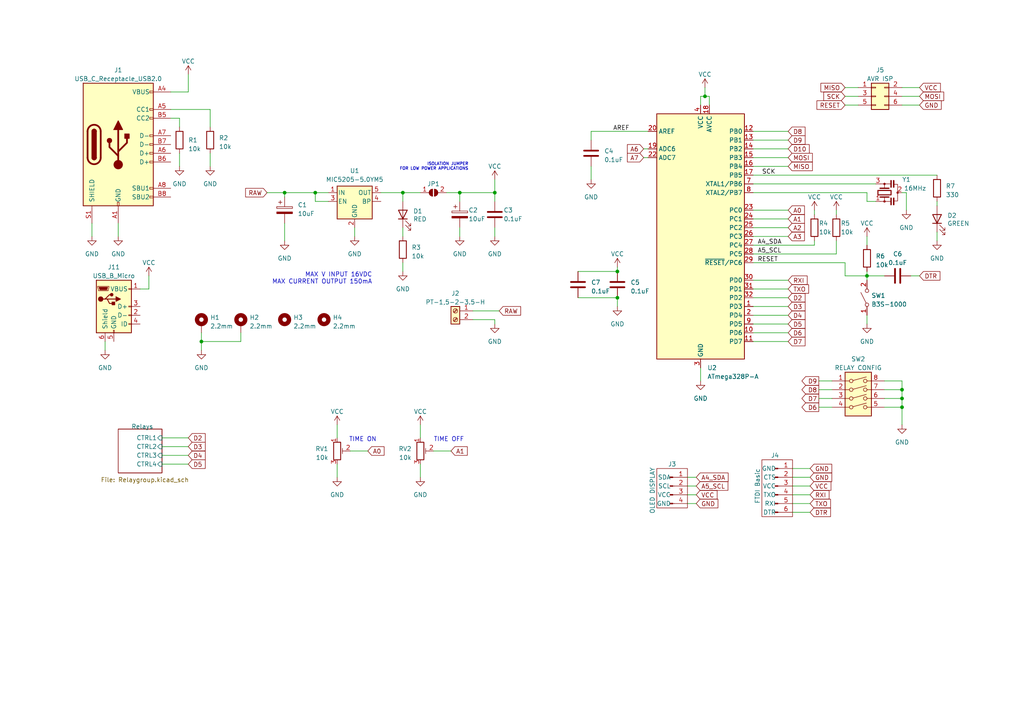
<source format=kicad_sch>
(kicad_sch (version 20230121) (generator eeschema)
  (paper "A4")
  (title_block (title "Automatic Relay Cycler") (date "2023-02-23") (rev "1") (company "Justin Saboury"))
  (lib_symbols
    (symbol "Connector:Conn_01x04_Pin" (pin_names (offset 1.016))
      (property "Reference" "J3" (at 0.635 6.35 0))
      (property "Value" "Conn_01x04_Pin" (at -5.08 1.27 90))
      (symbol "Conn_01x04_Pin_1_1"
        (rectangle (start -3.81 5.08) (end 5.08 -6.35))
        (polyline (pts (xy 1.27 -5.08) (xy 0.8636 -5.08)) (stroke (width 0.1524)))
        (polyline (pts (xy 1.27 -2.54) (xy 0.8636 -2.54)) (stroke (width 0.1524)))
        (polyline (pts (xy 1.27 0) (xy 0.8636 0)) (stroke (width 0.1524)))
        (polyline (pts (xy 1.27 2.54) (xy 0.8636 2.54)) (stroke (width 0.1524)))
        (rectangle (start 0.8636 -4.953) (end 0 -5.207) (stroke (width 0.1524)) (fill (type outline)))
        (rectangle (start 0.8636 -2.413) (end 0 -2.667) (stroke (width 0.1524)) (fill (type outline)))
        (rectangle (start 0.8636 0.127) (end 0 -0.127) (stroke (width 0.1524)) (fill (type outline)))
        (rectangle (start 0.8636 2.667) (end 0 2.413) (stroke (width 0.1524)) (fill (type outline)))
        (pin passive line (at 5.08 2.54 180) (length 3.81) (name "SDA") (number "1"))
        (pin passive line (at 5.08 0 180) (length 3.81) (name "SCL") (number "2"))
        (pin passive line (at 5.08 -2.54 180) (length 3.81) (name "VCC") (number "3"))
        (pin passive line (at 5.08 -5.08 180) (length 3.81) (name "GND") (number "4"))
      )
    )
    (symbol "Connector:Conn_01x06_Pin" (pin_names (offset 1.016))
      (property "Reference" "J1" (at 0 8.89 0))
      (property "Value" "FTDI Basic" (at -5.08 0 90))
      (symbol "Conn_01x06_Pin_1_1"
        (rectangle (start -3.81 7.62) (end 5.08 -8.89))
        (polyline (pts (xy 1.27 -7.62) (xy 0.8636 -7.62)) (stroke (width 0.1524)))
        (polyline (pts (xy 1.27 -5.08) (xy 0.8636 -5.08)) (stroke (width 0.1524)))
        (polyline (pts (xy 1.27 -2.54) (xy 0.8636 -2.54)) (stroke (width 0.1524)))
        (polyline (pts (xy 1.27 0) (xy 0.8636 0)) (stroke (width 0.1524)))
        (polyline (pts (xy 1.27 2.54) (xy 0.8636 2.54)) (stroke (width 0.1524)))
        (polyline (pts (xy 1.27 5.08) (xy 0.8636 5.08)) (stroke (width 0.1524)))
        (rectangle (start 0.8636 -7.493) (end 0 -7.747) (stroke (width 0.1524)) (fill (type outline)))
        (rectangle (start 0.8636 -4.953) (end 0 -5.207) (stroke (width 0.1524)) (fill (type outline)))
        (rectangle (start 0.8636 -2.413) (end 0 -2.667) (stroke (width 0.1524)) (fill (type outline)))
        (rectangle (start 0.8636 0.127) (end 0 -0.127) (stroke (width 0.1524)) (fill (type outline)))
        (rectangle (start 0.8636 2.667) (end 0 2.413) (stroke (width 0.1524)) (fill (type outline)))
        (rectangle (start 0.8636 5.207) (end 0 4.953) (stroke (width 0.1524)) (fill (type outline)))
        (pin passive line (at 5.08 5.08 180) (length 3.81) (name "GND") (number "1"))
        (pin passive line (at 5.08 2.54 180) (length 3.81) (name "CTS") (number "2"))
        (pin passive line (at 5.08 0 180) (length 3.81) (name "VCC") (number "3"))
        (pin passive line (at 5.08 -2.54 180) (length 3.81) (name "TXO") (number "4"))
        (pin passive line (at 5.08 -5.08 180) (length 3.81) (name "RXI") (number "5"))
        (pin passive line (at 5.08 -7.62 180) (length 3.81) (name "DTR") (number "6"))
      )
    )
    (symbol "Connector:Screw_Terminal_01x02" (pin_names (offset 1.016) hide)
      (property "Reference" "J" (at 0 2.54 0))
      (property "Value" "Screw_Terminal_01x02" (at 0 -5.08 0))
      (symbol "Screw_Terminal_01x02_1_1"
        (rectangle (start -1.27 1.27) (end 1.27 -3.81) (stroke (width 0.254)) (fill (type background)))
        (circle (center 0 -2.54) (radius 0.635) (stroke (width 0.1524)))
        (polyline (pts (xy -0.5334 -2.2098) (xy 0.3302 -3.048)) (stroke (width 0.1524)))
        (polyline (pts (xy -0.5334 0.3302) (xy 0.3302 -0.508)) (stroke (width 0.1524)))
        (polyline (pts (xy -0.3556 -2.032) (xy 0.508 -2.8702)) (stroke (width 0.1524)))
        (polyline (pts (xy -0.3556 0.508) (xy 0.508 -0.3302)) (stroke (width 0.1524)))
        (circle (center 0 0) (radius 0.635) (stroke (width 0.1524)))
        (pin passive line (at -5.08 0 0) (length 3.81) (name "Pin_1") (number "1"))
        (pin passive line (at -5.08 -2.54 0) (length 3.81) (name "Pin_2") (number "2"))
      )
    )
    (symbol "Connector:USB_B_Micro" (pin_names (offset 1.016))
      (property "Reference" "J" (at -5.08 11.43 0))
      (property "Value" "USB_B_Micro" (at -5.08 8.89 0))
      (symbol "USB_B_Micro_0_1"
        (rectangle (start -5.08 -7.62) (end 5.08 7.62) (stroke (width 0.254)) (fill (type background)))
        (circle (center -3.81 2.159) (radius 0.635) (stroke (width 0.254)) (fill (type outline)))
        (circle (center -0.635 3.429) (radius 0.381) (stroke (width 0.254)) (fill (type outline)))
        (rectangle (start -0.127 -7.62) (end 0.127 -6.858))
        (polyline (pts (xy -1.905 2.159) (xy 0.635 2.159)) (stroke (width 0.254)))
        (polyline (pts (xy -3.175 2.159) (xy -2.54 2.159) (xy -1.27 3.429) (xy -0.635 3.429)) (stroke (width 0.254)))
        (polyline (pts (xy -2.54 2.159) (xy -1.905 2.159) (xy -1.27 0.889) (xy 0 0.889)) (stroke (width 0.254)))
        (polyline (pts (xy 0.635 2.794) (xy 0.635 1.524) (xy 1.905 2.159) (xy 0.635 2.794)) (stroke (width 0.254)) (fill (type outline)))
        (polyline (pts (xy -4.318 5.588) (xy -1.778 5.588) (xy -2.032 4.826) (xy -4.064 4.826) (xy -4.318 5.588)) (fill (type outline)))
        (polyline (pts (xy -4.699 5.842) (xy -4.699 5.588) (xy -4.445 4.826) (xy -4.445 4.572) (xy -1.651 4.572) (xy -1.651 4.826) (xy -1.397 5.588) (xy -1.397 5.842) (xy -4.699 5.842)))
        (rectangle (start 0.254 1.27) (end -0.508 0.508) (stroke (width 0.254)) (fill (type outline)))
        (rectangle (start 5.08 -5.207) (end 4.318 -4.953))
        (rectangle (start 5.08 -2.667) (end 4.318 -2.413))
        (rectangle (start 5.08 -0.127) (end 4.318 0.127))
        (rectangle (start 5.08 4.953) (end 4.318 5.207))
      )
      (symbol "USB_B_Micro_1_1"
        (pin power_out line (at 7.62 5.08 180) (length 2.54) (name "VBUS") (number "1"))
        (pin bidirectional line (at 7.62 -2.54 180) (length 2.54) (name "D-") (number "2"))
        (pin bidirectional line (at 7.62 0 180) (length 2.54) (name "D+") (number "3"))
        (pin passive line (at 7.62 -5.08 180) (length 2.54) (name "ID") (number "4"))
        (pin power_out line (at 0 -10.16 90) (length 2.54) (name "GND") (number "5"))
        (pin passive line (at -2.54 -10.16 90) (length 2.54) (name "Shield") (number "6"))
      )
    )
    (symbol "Connector:USB_C_Receptacle_USB2.0" (pin_names (offset 1.016))
      (property "Reference" "J" (at -10.16 19.05 0))
      (property "Value" "USB_C_Receptacle_USB2.0" (at 19.05 19.05 0))
      (symbol "USB_C_Receptacle_USB2.0_0_0"
        (rectangle (start -0.254 -17.78) (end 0.254 -16.764))
        (rectangle (start 10.16 -14.986) (end 9.144 -15.494))
        (rectangle (start 10.16 -12.446) (end 9.144 -12.954))
        (rectangle (start 10.16 -4.826) (end 9.144 -5.334))
        (rectangle (start 10.16 -2.286) (end 9.144 -2.794))
        (rectangle (start 10.16 0.254) (end 9.144 -0.254))
        (rectangle (start 10.16 2.794) (end 9.144 2.286))
        (rectangle (start 10.16 7.874) (end 9.144 7.366))
        (rectangle (start 10.16 10.414) (end 9.144 9.906))
        (rectangle (start 10.16 15.494) (end 9.144 14.986))
      )
      (symbol "USB_C_Receptacle_USB2.0_0_1"
        (rectangle (start -10.16 17.78) (end 10.16 -17.78) (stroke (width 0.254)) (fill (type background)))
        (arc (start -8.89 -3.81) (mid -6.985 -5.7067) (end -5.08 -3.81) (stroke (width 0.508)))
        (arc (start -7.62 -3.81) (mid -6.985 -4.4423) (end -6.35 -3.81) (stroke (width 0.254)))
        (arc (start -7.62 -3.81) (mid -6.985 -4.4423) (end -6.35 -3.81) (stroke (width 0.254)) (fill (type outline)))
        (rectangle (start -7.62 -3.81) (end -6.35 3.81) (stroke (width 0.254)) (fill (type outline)))
        (arc (start -6.35 3.81) (mid -6.985 4.4423) (end -7.62 3.81) (stroke (width 0.254)))
        (arc (start -6.35 3.81) (mid -6.985 4.4423) (end -7.62 3.81) (stroke (width 0.254)) (fill (type outline)))
        (arc (start -5.08 3.81) (mid -6.985 5.7067) (end -8.89 3.81) (stroke (width 0.508)))
        (circle (center -2.54 1.143) (radius 0.635) (stroke (width 0.254)) (fill (type outline)))
        (circle (center 0 -5.842) (radius 1.27) (fill (type outline)))
        (polyline (pts (xy -8.89 -3.81) (xy -8.89 3.81)) (stroke (width 0.508)))
        (polyline (pts (xy -5.08 3.81) (xy -5.08 -3.81)) (stroke (width 0.508)))
        (polyline (pts (xy 0 -5.842) (xy 0 4.318)) (stroke (width 0.508)))
        (polyline (pts (xy 0 -3.302) (xy -2.54 -0.762) (xy -2.54 0.508)) (stroke (width 0.508)))
        (polyline (pts (xy 0 -2.032) (xy 2.54 0.508) (xy 2.54 1.778)) (stroke (width 0.508)))
        (polyline (pts (xy -1.27 4.318) (xy 0 6.858) (xy 1.27 4.318) (xy -1.27 4.318)) (stroke (width 0.254)) (fill (type outline)))
        (rectangle (start 1.905 1.778) (end 3.175 3.048) (stroke (width 0.254)) (fill (type outline)))
      )
      (symbol "USB_C_Receptacle_USB2.0_1_1"
        (pin passive line (at 0 -22.86 90) (length 5.08) (name "GND") (number "A1"))
        (pin passive line (at 0 -22.86 90) (length 5.08) hide (name "GND") (number "A12"))
        (pin passive line (at 15.24 15.24 180) (length 5.08) (name "VBUS") (number "A4"))
        (pin bidirectional line (at 15.24 10.16 180) (length 5.08) (name "CC1") (number "A5"))
        (pin bidirectional line (at 15.24 -2.54 180) (length 5.08) (name "D+") (number "A6"))
        (pin bidirectional line (at 15.24 2.54 180) (length 5.08) (name "D-") (number "A7"))
        (pin bidirectional line (at 15.24 -12.7 180) (length 5.08) (name "SBU1") (number "A8"))
        (pin passive line (at 15.24 15.24 180) (length 5.08) hide (name "VBUS") (number "A9"))
        (pin passive line (at 0 -22.86 90) (length 5.08) hide (name "GND") (number "B1"))
        (pin passive line (at 0 -22.86 90) (length 5.08) hide (name "GND") (number "B12"))
        (pin passive line (at 15.24 15.24 180) (length 5.08) hide (name "VBUS") (number "B4"))
        (pin bidirectional line (at 15.24 7.62 180) (length 5.08) (name "CC2") (number "B5"))
        (pin bidirectional line (at 15.24 -5.08 180) (length 5.08) (name "D+") (number "B6"))
        (pin bidirectional line (at 15.24 0 180) (length 5.08) (name "D-") (number "B7"))
        (pin bidirectional line (at 15.24 -15.24 180) (length 5.08) (name "SBU2") (number "B8"))
        (pin passive line (at 15.24 15.24 180) (length 5.08) hide (name "VBUS") (number "B9"))
        (pin passive line (at -7.62 -22.86 90) (length 5.08) (name "SHIELD") (number "S1"))
      )
    )
    (symbol "Connector_Generic:Conn_02x03_Odd_Even" (pin_names (offset 1.016) hide)
      (property "Reference" "J" (at 1.27 5.08 0))
      (property "Value" "Conn_02x03_Odd_Even" (at 1.27 -5.08 0))
      (symbol "Conn_02x03_Odd_Even_1_1"
        (rectangle (start -1.27 -2.413) (end 0 -2.667) (stroke (width 0.1524)))
        (rectangle (start -1.27 0.127) (end 0 -0.127) (stroke (width 0.1524)))
        (rectangle (start -1.27 2.667) (end 0 2.413) (stroke (width 0.1524)))
        (rectangle (start -1.27 3.81) (end 3.81 -3.81) (stroke (width 0.254)) (fill (type background)))
        (rectangle (start 3.81 -2.413) (end 2.54 -2.667) (stroke (width 0.1524)))
        (rectangle (start 3.81 0.127) (end 2.54 -0.127) (stroke (width 0.1524)))
        (rectangle (start 3.81 2.667) (end 2.54 2.413) (stroke (width 0.1524)))
        (pin passive line (at -5.08 2.54 0) (length 3.81) (name "Pin_1") (number "1"))
        (pin passive line (at 7.62 2.54 180) (length 3.81) (name "Pin_2") (number "2"))
        (pin passive line (at -5.08 0 0) (length 3.81) (name "Pin_3") (number "3"))
        (pin passive line (at 7.62 0 180) (length 3.81) (name "Pin_4") (number "4"))
        (pin passive line (at -5.08 -2.54 0) (length 3.81) (name "Pin_5") (number "5"))
        (pin passive line (at 7.62 -2.54 180) (length 3.81) (name "Pin_6") (number "6"))
      )
    )
    (symbol "Device:C" (pin_numbers hide) (pin_names (offset 0.254))
      (property "Reference" "C" (at 0.635 2.54 0))
      (property "Value" "C" (at 0.635 -2.54 0))
      (symbol "C_0_1"
        (polyline (pts (xy -2.032 -0.762) (xy 2.032 -0.762)) (stroke (width 0.508)))
        (polyline (pts (xy -2.032 0.762) (xy 2.032 0.762)) (stroke (width 0.508)))
      )
      (symbol "C_1_1"
        (pin passive line (at 0 3.81 270) (length 2.794) (name "~") (number "1"))
        (pin passive line (at 0 -3.81 90) (length 2.794) (name "~") (number "2"))
      )
    )
    (symbol "Device:C_Polarized" (pin_numbers hide) (pin_names (offset 0.254))
      (property "Reference" "C" (at 0.635 2.54 0))
      (property "Value" "C_Polarized" (at 0.635 -2.54 0))
      (symbol "C_Polarized_0_1"
        (rectangle (start -2.286 0.508) (end 2.286 1.016))
        (polyline (pts (xy -1.778 2.286) (xy -0.762 2.286)))
        (polyline (pts (xy -1.27 2.794) (xy -1.27 1.778)))
        (rectangle (start 2.286 -0.508) (end -2.286 -1.016) (fill (type outline)))
      )
      (symbol "C_Polarized_1_1"
        (pin passive line (at 0 3.81 270) (length 2.794) (name "~") (number "1"))
        (pin passive line (at 0 -3.81 90) (length 2.794) (name "~") (number "2"))
      )
    )
    (symbol "Device:LED" (pin_numbers hide) (pin_names (offset 1.016) hide)
      (property "Reference" "D" (at 0 2.54 0))
      (property "Value" "LED" (at 0 -2.54 0))
      (symbol "LED_0_1"
        (polyline (pts (xy -1.27 -1.27) (xy -1.27 1.27)) (stroke (width 0.254)))
        (polyline (pts (xy -1.27 0) (xy 1.27 0)))
        (polyline (pts (xy 1.27 -1.27) (xy 1.27 1.27) (xy -1.27 0) (xy 1.27 -1.27)) (stroke (width 0.254)))
        (polyline (pts (xy -3.048 -0.762) (xy -4.572 -2.286) (xy -3.81 -2.286) (xy -4.572 -2.286) (xy -4.572 -1.524)))
        (polyline (pts (xy -1.778 -0.762) (xy -3.302 -2.286) (xy -2.54 -2.286) (xy -3.302 -2.286) (xy -3.302 -1.524)))
      )
      (symbol "LED_1_1"
        (pin passive line (at -3.81 0 0) (length 2.54) (name "K") (number "1"))
        (pin passive line (at 3.81 0 180) (length 2.54) (name "A") (number "2"))
      )
    )
    (symbol "Device:R" (pin_numbers hide) (pin_names (offset 0))
      (property "Reference" "R" (at 2.032 0 90))
      (property "Value" "R" (at 0 0 90))
      (symbol "R_0_1"
        (rectangle (start -1.016 -2.54) (end 1.016 2.54) (stroke (width 0.254)))
      )
      (symbol "R_1_1"
        (pin passive line (at 0 3.81 270) (length 1.27) (name "~") (number "1"))
        (pin passive line (at 0 -3.81 90) (length 1.27) (name "~") (number "2"))
      )
    )
    (symbol "Device:R_Potentiometer_Trim" (pin_names (offset 1.016) hide)
      (property "Reference" "RV" (at -4.445 0 90))
      (property "Value" "R_Potentiometer_Trim" (at -2.54 0 90))
      (symbol "R_Potentiometer_Trim_0_1"
        (polyline (pts (xy 1.524 0.762) (xy 1.524 -0.762)))
        (polyline (pts (xy 2.54 0) (xy 1.524 0)))
        (rectangle (start 1.016 2.54) (end -1.016 -2.54) (stroke (width 0.254)))
      )
      (symbol "R_Potentiometer_Trim_1_1"
        (pin passive line (at 0 3.81 270) (length 1.27) (name "1") (number "1"))
        (pin passive line (at 3.81 0 180) (length 1.27) (name "2") (number "2"))
        (pin passive line (at 0 -3.81 90) (length 1.27) (name "3") (number "3"))
      )
    )
    (symbol "Device:Resonator_Small" (pin_names (offset 1.016) hide)
      (property "Reference" "Y" (at 3.175 1.905 0))
      (property "Value" "Resonator_Small" (at 3.175 0 0))
      (symbol "Resonator_Small_0_1"
        (rectangle (start -3.556 -2.54) (end -1.524 -2.794) (fill (type outline)))
        (rectangle (start -3.556 -1.778) (end -1.524 -2.032) (fill (type outline)))
        (circle (center -2.54 0) (radius 0.254) (fill (type outline)))
        (rectangle (start -0.635 1.905) (end 0.635 -1.905) (stroke (width 0.3048)))
        (circle (center 0 -3.81) (radius 0.254) (fill (type outline)))
        (polyline (pts (xy -2.54 -1.778) (xy -2.54 0)))
        (polyline (pts (xy -2.54 0) (xy -1.397 0)))
        (polyline (pts (xy -2.54 1.27) (xy -2.54 0)))
        (polyline (pts (xy -1.27 -1.27) (xy -1.27 1.27)) (stroke (width 0.381)))
        (polyline (pts (xy 1.27 -1.27) (xy 1.27 1.27)) (stroke (width 0.381)))
        (polyline (pts (xy 1.27 0) (xy 2.54 0)))
        (polyline (pts (xy 2.54 0) (xy 2.54 -1.778)))
        (polyline (pts (xy 2.54 1.27) (xy 2.54 0)))
        (polyline (pts (xy 2.413 -2.794) (xy 2.413 -3.81) (xy -2.413 -3.81) (xy -2.413 -2.667)))
        (rectangle (start 1.524 -2.54) (end 3.556 -2.794) (fill (type outline)))
        (rectangle (start 1.524 -1.778) (end 3.556 -2.032) (fill (type outline)))
        (circle (center 2.54 0) (radius 0.254) (fill (type outline)))
      )
      (symbol "Resonator_Small_1_1"
        (pin passive line (at -2.54 2.54 270) (length 1.27) (name "1") (number "1"))
        (pin passive line (at 0 -5.08 90) (length 1.27) (name "2") (number "2"))
        (pin passive line (at 2.54 2.54 270) (length 1.27) (name "3") (number "3"))
      )
    )
    (symbol "Jumper:SolderJumper_2_Open" (pin_names (offset 0) hide)
      (property "Reference" "JP" (at 0 2.032 0))
      (property "Value" "SolderJumper_2_Open" (at 0 -2.54 0))
      (symbol "SolderJumper_2_Open_0_1"
        (arc (start -0.254 1.016) (mid -1.2656 0) (end -0.254 -1.016))
        (arc (start -0.254 1.016) (mid -1.2656 0) (end -0.254 -1.016) (fill (type outline)))
        (polyline (pts (xy -0.254 1.016) (xy -0.254 -1.016)))
        (polyline (pts (xy 0.254 1.016) (xy 0.254 -1.016)))
        (arc (start 0.254 -1.016) (mid 1.2656 0) (end 0.254 1.016))
        (arc (start 0.254 -1.016) (mid 1.2656 0) (end 0.254 1.016) (fill (type outline)))
      )
      (symbol "SolderJumper_2_Open_1_1"
        (pin passive line (at -3.81 0 0) (length 2.54) (name "A") (number "1"))
        (pin passive line (at 3.81 0 180) (length 2.54) (name "B") (number "2"))
      )
    )
    (symbol "MCU_Microchip_ATmega:ATmega328P-A"
      (property "Reference" "U" (at -12.7 36.83 0))
      (property "Value" "ATmega328P-A" (at 2.54 -36.83 0))
      (symbol "ATmega328P-A_0_1"
        (rectangle (start -12.7 -35.56) (end 12.7 35.56) (stroke (width 0.254)) (fill (type background)))
      )
      (symbol "ATmega328P-A_1_1"
        (pin bidirectional line (at 15.24 -20.32 180) (length 2.54) (name "PD3") (number "1"))
        (pin bidirectional line (at 15.24 -27.94 180) (length 2.54) (name "PD6") (number "10"))
        (pin bidirectional line (at 15.24 -30.48 180) (length 2.54) (name "PD7") (number "11"))
        (pin bidirectional line (at 15.24 30.48 180) (length 2.54) (name "PB0") (number "12"))
        (pin bidirectional line (at 15.24 27.94 180) (length 2.54) (name "PB1") (number "13"))
        (pin bidirectional line (at 15.24 25.4 180) (length 2.54) (name "PB2") (number "14"))
        (pin bidirectional line (at 15.24 22.86 180) (length 2.54) (name "PB3") (number "15"))
        (pin bidirectional line (at 15.24 20.32 180) (length 2.54) (name "PB4") (number "16"))
        (pin bidirectional line (at 15.24 17.78 180) (length 2.54) (name "PB5") (number "17"))
        (pin power_in line (at 2.54 38.1 270) (length 2.54) (name "AVCC") (number "18"))
        (pin input line (at -15.24 25.4 0) (length 2.54) (name "ADC6") (number "19"))
        (pin bidirectional line (at 15.24 -22.86 180) (length 2.54) (name "PD4") (number "2"))
        (pin passive line (at -15.24 30.48 0) (length 2.54) (name "AREF") (number "20"))
        (pin passive line (at 0 -38.1 90) (length 2.54) hide (name "GND") (number "21"))
        (pin input line (at -15.24 22.86 0) (length 2.54) (name "ADC7") (number "22"))
        (pin bidirectional line (at 15.24 7.62 180) (length 2.54) (name "PC0") (number "23"))
        (pin bidirectional line (at 15.24 5.08 180) (length 2.54) (name "PC1") (number "24"))
        (pin bidirectional line (at 15.24 2.54 180) (length 2.54) (name "PC2") (number "25"))
        (pin bidirectional line (at 15.24 0 180) (length 2.54) (name "PC3") (number "26"))
        (pin bidirectional line (at 15.24 -2.54 180) (length 2.54) (name "PC4") (number "27"))
        (pin bidirectional line (at 15.24 -5.08 180) (length 2.54) (name "PC5") (number "28"))
        (pin bidirectional line (at 15.24 -7.62 180) (length 2.54) (name "~{RESET}/PC6") (number "29"))
        (pin power_in line (at 0 -38.1 90) (length 2.54) (name "GND") (number "3"))
        (pin bidirectional line (at 15.24 -12.7 180) (length 2.54) (name "PD0") (number "30"))
        (pin bidirectional line (at 15.24 -15.24 180) (length 2.54) (name "PD1") (number "31"))
        (pin bidirectional line (at 15.24 -17.78 180) (length 2.54) (name "PD2") (number "32"))
        (pin power_in line (at 0 38.1 270) (length 2.54) (name "VCC") (number "4"))
        (pin passive line (at 0 -38.1 90) (length 2.54) hide (name "GND") (number "5"))
        (pin passive line (at 0 38.1 270) (length 2.54) hide (name "VCC") (number "6"))
        (pin bidirectional line (at 15.24 15.24 180) (length 2.54) (name "XTAL1/PB6") (number "7"))
        (pin bidirectional line (at 15.24 12.7 180) (length 2.54) (name "XTAL2/PB7") (number "8"))
        (pin bidirectional line (at 15.24 -25.4 180) (length 2.54) (name "PD5") (number "9"))
      )
    )
    (symbol "Mechanical:MountingHole" (pin_names (offset 1.016))
      (property "Reference" "H" (at 0 5.08 0))
      (property "Value" "MountingHole" (at 0 3.175 0))
      (symbol "MountingHole_0_1"
        (circle (center 0 0) (radius 1.27) (stroke (width 1.27)))
      )
    )
    (symbol "Mechanical:MountingHole_Pad" (pin_numbers hide) (pin_names (offset 1.016) hide)
      (property "Reference" "H" (at 0 6.35 0))
      (property "Value" "MountingHole_Pad" (at 0 4.445 0))
      (symbol "MountingHole_Pad_0_1"
        (circle (center 0 1.27) (radius 1.27) (stroke (width 1.27)))
      )
      (symbol "MountingHole_Pad_1_1"
        (pin input line (at 0 -2.54 90) (length 2.54) (name "1") (number "1"))
      )
    )
    (symbol "Regulator_Linear:MIC5205-5.0YM5" (pin_names (offset 0.254))
      (property "Reference" "U" (at -3.81 5.715 0))
      (property "Value" "MIC5205-5.0YM5" (at 0 5.715 0))
      (symbol "MIC5205-5.0YM5_0_1"
        (rectangle (start -5.08 4.445) (end 5.08 -5.08) (stroke (width 0.254)) (fill (type background)))
      )
      (symbol "MIC5205-5.0YM5_1_1"
        (pin power_in line (at -7.62 2.54 0) (length 2.54) (name "IN") (number "1"))
        (pin power_in line (at 0 -7.62 90) (length 2.54) (name "GND") (number "2"))
        (pin input line (at -7.62 0 0) (length 2.54) (name "EN") (number "3"))
        (pin input line (at 7.62 0 180) (length 2.54) (name "BP") (number "4"))
        (pin power_out line (at 7.62 2.54 180) (length 2.54) (name "OUT") (number "5"))
      )
    )
    (symbol "Switch:SW_DIP_x04" (pin_names (offset 0) hide)
      (property "Reference" "SW" (at 0 8.89 0))
      (property "Value" "SW_DIP_x04" (at 0 -6.35 0))
      (symbol "SW_DIP_x04_0_0"
        (circle (center -2.032 -2.54) (radius 0.508))
        (circle (center -2.032 0) (radius 0.508))
        (circle (center -2.032 2.54) (radius 0.508))
        (circle (center -2.032 5.08) (radius 0.508))
        (polyline (pts (xy -1.524 -2.3876) (xy 2.3622 -1.3462)))
        (polyline (pts (xy -1.524 0.127) (xy 2.3622 1.1684)))
        (polyline (pts (xy -1.524 2.667) (xy 2.3622 3.7084)))
        (polyline (pts (xy -1.524 5.207) (xy 2.3622 6.2484)))
        (circle (center 2.032 -2.54) (radius 0.508))
        (circle (center 2.032 0) (radius 0.508))
        (circle (center 2.032 2.54) (radius 0.508))
        (circle (center 2.032 5.08) (radius 0.508))
      )
      (symbol "SW_DIP_x04_0_1"
        (rectangle (start -3.81 7.62) (end 3.81 -5.08) (stroke (width 0.254)) (fill (type background)))
      )
      (symbol "SW_DIP_x04_1_1"
        (pin passive line (at -7.62 5.08 0) (length 5.08) (name "~") (number "1"))
        (pin passive line (at -7.62 2.54 0) (length 5.08) (name "~") (number "2"))
        (pin passive line (at -7.62 0 0) (length 5.08) (name "~") (number "3"))
        (pin passive line (at -7.62 -2.54 0) (length 5.08) (name "~") (number "4"))
        (pin passive line (at 7.62 -2.54 180) (length 5.08) (name "~") (number "5"))
        (pin passive line (at 7.62 0 180) (length 5.08) (name "~") (number "6"))
        (pin passive line (at 7.62 2.54 180) (length 5.08) (name "~") (number "7"))
        (pin passive line (at 7.62 5.08 180) (length 5.08) (name "~") (number "8"))
      )
    )
    (symbol "Switch:SW_SPST" (pin_names (offset 0) hide)
      (property "Reference" "SW" (at 0 3.175 0))
      (property "Value" "SW_SPST" (at 0 -2.54 0))
      (symbol "SW_SPST_0_0"
        (circle (center -2.032 0) (radius 0.508))
        (polyline (pts (xy -1.524 0.254) (xy 1.524 1.778)))
        (circle (center 2.032 0) (radius 0.508))
      )
      (symbol "SW_SPST_1_1"
        (pin passive line (at -5.08 0 0) (length 2.54) (name "A") (number "1"))
        (pin passive line (at 5.08 0 180) (length 2.54) (name "B") (number "2"))
      )
    )
    (symbol "power:GND" (power) (pin_names (offset 0))
      (property "Value" "GND" (at 0 -3.81 0))
      (symbol "GND_0_1"
        (polyline (pts (xy 0 0) (xy 0 -1.27) (xy 1.27 -1.27) (xy 0 -2.54) (xy -1.27 -1.27) (xy 0 -1.27)))
      )
      (symbol "GND_1_1"
        (pin power_in line (at 0 0 270) (length 0) hide (name "GND") (number "1"))
      )
    )
    (symbol "power:VCC" (power) (pin_names (offset 0))
      (property "Value" "VCC" (at 0 3.81 0))
      (symbol "VCC_0_1"
        (polyline (pts (xy -0.762 1.27) (xy 0 2.54)))
        (polyline (pts (xy 0 0) (xy 0 2.54)))
        (polyline (pts (xy 0 2.54) (xy 0.762 1.27)))
      )
      (symbol "VCC_1_1"
        (pin power_in line (at 0 0 90) (length 0) hide (name "VCC") (number "1"))
      )
    )
  )
  (junction (at 261.62 118.11))
  (junction (at 251.46 80.01))
  (junction (at 179.07 86.36))
  (junction (at 204.47 27.94))
  (junction (at 179.07 78.74))
  (junction (at 261.62 113.03))
  (junction (at 261.62 115.57))
  (junction (at 82.55 55.88))
  (junction (at 116.84 55.88))
  (junction (at 91.44 55.88))
  (junction (at 58.42 99.06))
  (junction (at 133.35 55.88))
  (junction (at 143.51 55.88))
  (wire (pts (xy 199.39 140.97) (xy 201.93 140.97)))
  (wire (pts (xy 69.85 99.06) (xy 69.85 96.52)))
  (wire (pts (xy 137.16 92.71) (xy 143.51 92.71)))
  (wire (pts (xy 218.44 66.04) (xy 228.6 66.04)))
  (wire (pts (xy 271.78 58.42) (xy 271.78 59.69)))
  (wire (pts (xy 46.99 134.62) (xy 54.61 134.62)))
  (wire (pts (xy 218.44 86.36) (xy 228.6 86.36)))
  (wire (pts (xy 95.25 58.42) (xy 91.44 58.42)))
  (wire (pts (xy 46.99 129.54) (xy 54.61 129.54)))
  (wire (pts (xy 218.44 76.2) (xy 245.11 76.2)))
  (wire (pts (xy 261.62 110.49) (xy 256.54 110.49)))
  (wire (pts (xy 46.99 132.08) (xy 54.61 132.08)))
  (wire (pts (xy 237.49 115.57) (xy 241.3 115.57)))
  (wire (pts (xy 245.11 80.01) (xy 251.46 80.01)))
  (wire (pts (xy 229.87 146.05) (xy 234.95 146.05)))
  (wire (pts (xy 218.44 71.12) (xy 236.22 71.12)))
  (wire (pts (xy 218.44 43.18) (xy 228.6 43.18)))
  (wire (pts (xy 58.42 99.06) (xy 58.42 101.6)))
  (wire (pts (xy 77.47 55.88) (xy 82.55 55.88)))
  (wire (pts (xy 143.51 52.07) (xy 143.51 55.88)))
  (wire (pts (xy 251.46 58.42) (xy 251.46 55.88)))
  (wire (pts (xy 91.44 55.88) (xy 95.25 55.88)))
  (wire (pts (xy 251.46 80.01) (xy 256.54 80.01)))
  (wire (pts (xy 218.44 96.52) (xy 228.6 96.52)))
  (wire (pts (xy 82.55 55.88) (xy 82.55 57.15)))
  (wire (pts (xy 229.87 138.43) (xy 234.95 138.43)))
  (wire (pts (xy 137.16 90.17) (xy 144.78 90.17)))
  (wire (pts (xy 256.54 115.57) (xy 261.62 115.57)))
  (wire (pts (xy 242.57 60.96) (xy 242.57 62.23)))
  (wire (pts (xy 58.42 96.52) (xy 58.42 99.06)))
  (wire (pts (xy 171.45 48.26) (xy 171.45 52.07)))
  (wire (pts (xy 261.62 27.94) (xy 266.7 27.94)))
  (wire (pts (xy 218.44 63.5) (xy 228.6 63.5)))
  (wire (pts (xy 261.62 113.03) (xy 261.62 110.49)))
  (wire (pts (xy 237.49 110.49) (xy 241.3 110.49)))
  (wire (pts (xy 133.35 55.88) (xy 143.51 55.88)))
  (wire (pts (xy 218.44 99.06) (xy 228.6 99.06)))
  (wire (pts (xy 218.44 53.34) (xy 254 53.34)))
  (wire (pts (xy 237.49 118.11) (xy 241.3 118.11)))
  (wire (pts (xy 52.07 44.45) (xy 52.07 48.26)))
  (wire (pts (xy 229.87 140.97) (xy 234.95 140.97)))
  (wire (pts (xy 261.62 123.19) (xy 261.62 118.11)))
  (wire (pts (xy 97.79 123.19) (xy 97.79 127)))
  (wire (pts (xy 218.44 48.26) (xy 228.6 48.26)))
  (wire (pts (xy 125.73 130.81) (xy 130.81 130.81)))
  (wire (pts (xy 236.22 69.85) (xy 236.22 71.12)))
  (wire (pts (xy 218.44 60.96) (xy 228.6 60.96)))
  (wire (pts (xy 133.35 55.88) (xy 133.35 58.42)))
  (wire (pts (xy 171.45 40.64) (xy 171.45 38.1)))
  (wire (pts (xy 218.44 55.88) (xy 251.46 55.88)))
  (wire (pts (xy 60.96 31.75) (xy 49.53 31.75)))
  (wire (pts (xy 218.44 45.72) (xy 228.6 45.72)))
  (wire (pts (xy 204.47 27.94) (xy 203.2 27.94)))
  (wire (pts (xy 179.07 86.36) (xy 179.07 88.9)))
  (wire (pts (xy 60.96 36.83) (xy 60.96 31.75)))
  (wire (pts (xy 245.11 30.48) (xy 248.92 30.48)))
  (wire (pts (xy 46.99 127) (xy 54.61 127)))
  (wire (pts (xy 58.42 99.06) (xy 69.85 99.06)))
  (wire (pts (xy 205.74 27.94) (xy 204.47 27.94)))
  (wire (pts (xy 82.55 55.88) (xy 91.44 55.88)))
  (wire (pts (xy 251.46 91.44) (xy 251.46 93.98)))
  (wire (pts (xy 229.87 143.51) (xy 234.95 143.51)))
  (wire (pts (xy 218.44 88.9) (xy 228.6 88.9)))
  (wire (pts (xy 204.47 25.4) (xy 204.47 27.94)))
  (wire (pts (xy 218.44 68.58) (xy 228.6 68.58)))
  (wire (pts (xy 26.67 64.77) (xy 26.67 68.58)))
  (wire (pts (xy 82.55 64.77) (xy 82.55 69.85)))
  (wire (pts (xy 261.62 30.48) (xy 266.7 30.48)))
  (wire (pts (xy 229.87 148.59) (xy 234.95 148.59)))
  (wire (pts (xy 116.84 58.42) (xy 116.84 55.88)))
  (wire (pts (xy 271.78 67.31) (xy 271.78 69.85)))
  (wire (pts (xy 218.44 40.64) (xy 228.6 40.64)))
  (wire (pts (xy 218.44 81.28) (xy 228.6 81.28)))
  (wire (pts (xy 121.92 134.62) (xy 121.92 138.43)))
  (wire (pts (xy 261.62 115.57) (xy 261.62 113.03)))
  (wire (pts (xy 218.44 73.66) (xy 242.57 73.66)))
  (wire (pts (xy 171.45 38.1) (xy 187.96 38.1)))
  (wire (pts (xy 262.89 60.96) (xy 262.89 55.88)))
  (wire (pts (xy 218.44 93.98) (xy 228.6 93.98)))
  (wire (pts (xy 264.16 80.01) (xy 266.7 80.01)))
  (wire (pts (xy 229.87 135.89) (xy 234.95 135.89)))
  (wire (pts (xy 261.62 25.4) (xy 266.7 25.4)))
  (wire (pts (xy 245.11 25.4) (xy 248.92 25.4)))
  (wire (pts (xy 167.64 86.36) (xy 179.07 86.36)))
  (wire (pts (xy 54.61 21.59) (xy 54.61 26.67)))
  (wire (pts (xy 116.84 76.2) (xy 116.84 78.74)))
  (wire (pts (xy 186.69 45.72) (xy 187.96 45.72)))
  (wire (pts (xy 199.39 146.05) (xy 201.93 146.05)))
  (wire (pts (xy 245.11 27.94) (xy 248.92 27.94)))
  (wire (pts (xy 254 58.42) (xy 251.46 58.42)))
  (wire (pts (xy 245.11 76.2) (xy 245.11 80.01)))
  (wire (pts (xy 203.2 106.68) (xy 203.2 110.49)))
  (wire (pts (xy 143.51 93.98) (xy 143.51 92.71)))
  (wire (pts (xy 237.49 113.03) (xy 241.3 113.03)))
  (wire (pts (xy 218.44 91.44) (xy 228.6 91.44)))
  (wire (pts (xy 251.46 78.74) (xy 251.46 80.01)))
  (wire (pts (xy 251.46 68.58) (xy 251.46 71.12)))
  (wire (pts (xy 236.22 60.96) (xy 236.22 62.23)))
  (wire (pts (xy 121.92 123.19) (xy 121.92 127)))
  (wire (pts (xy 34.29 64.77) (xy 34.29 68.58)))
  (wire (pts (xy 205.74 30.48) (xy 205.74 27.94)))
  (wire (pts (xy 91.44 58.42) (xy 91.44 55.88)))
  (wire (pts (xy 43.18 83.82) (xy 40.64 83.82)))
  (wire (pts (xy 218.44 50.8) (xy 271.78 50.8)))
  (wire (pts (xy 261.62 55.88) (xy 262.89 55.88)))
  (wire (pts (xy 129.54 55.88) (xy 133.35 55.88)))
  (wire (pts (xy 97.79 134.62) (xy 97.79 138.43)))
  (wire (pts (xy 199.39 138.43) (xy 201.93 138.43)))
  (wire (pts (xy 186.69 43.18) (xy 187.96 43.18)))
  (wire (pts (xy 49.53 26.67) (xy 54.61 26.67)))
  (wire (pts (xy 179.07 77.47) (xy 179.07 78.74)))
  (wire (pts (xy 43.18 80.01) (xy 43.18 83.82)))
  (wire (pts (xy 133.35 66.04) (xy 133.35 68.58)))
  (wire (pts (xy 116.84 55.88) (xy 121.92 55.88)))
  (wire (pts (xy 143.51 66.04) (xy 143.51 68.58)))
  (wire (pts (xy 30.48 99.06) (xy 30.48 101.6)))
  (wire (pts (xy 102.87 66.04) (xy 102.87 68.58)))
  (wire (pts (xy 251.46 80.01) (xy 251.46 81.28)))
  (wire (pts (xy 218.44 83.82) (xy 228.6 83.82)))
  (wire (pts (xy 52.07 34.29) (xy 49.53 34.29)))
  (wire (pts (xy 261.62 118.11) (xy 256.54 118.11)))
  (wire (pts (xy 101.6 130.81) (xy 106.68 130.81)))
  (wire (pts (xy 60.96 44.45) (xy 60.96 48.26)))
  (wire (pts (xy 261.62 113.03) (xy 256.54 113.03)))
  (wire (pts (xy 110.49 55.88) (xy 116.84 55.88)))
  (wire (pts (xy 116.84 66.04) (xy 116.84 68.58)))
  (wire (pts (xy 199.39 143.51) (xy 201.93 143.51)))
  (wire (pts (xy 52.07 36.83) (xy 52.07 34.29)))
  (wire (pts (xy 143.51 55.88) (xy 143.51 58.42)))
  (wire (pts (xy 167.64 78.74) (xy 179.07 78.74)))
  (wire (pts (xy 261.62 118.11) (xy 261.62 115.57)))
  (wire (pts (xy 218.44 38.1) (xy 228.6 38.1)))
  (wire (pts (xy 203.2 27.94) (xy 203.2 30.48)))
  (wire (pts (xy 242.57 73.66) (xy 242.57 69.85)))
  (text "TIME ON" (at 109.22 128.27 0) (effects (font (size 1.27 1.27)) (justify right bottom)))
  (text "ISOLATION JUMPER\nFOR LOW POWER APPLICATIONS\n" (at 135.89 49.53 0) (effects (font (size 0.84 0.84)) (justify right bottom)))
  (text "TIME OFF" (at 134.62 128.27 0) (effects (font (size 1.27 1.27)) (justify right bottom)))
  (text "MAX V INPUT 16VDC\nMAX CURRENT OUTPUT 150mA" (at 107.95 82.55 0) (effects (font (size 1.27 1.27)) (justify right bottom)))
  (label "RESET" (at 219.71 76.2 0))
  (label "AREF" (at 177.8 38.1 0))
  (label "SCK" (at 220.98 50.8 0))
  (label "A5_SCL" (at 219.71 73.66 0))
  (label "A4_SDA" (at 219.71 71.12 0))
  (global_label "RESET" (shape input) (at 245.11 30.48 180) (property "Intersheetrefs" "${INTERSHEET_REFS}" (effects hide)))
  (global_label "D3" (shape input) (at 228.6 88.9 0) (property "Intersheetrefs" "${INTERSHEET_REFS}" (effects hide)))
  (global_label "VCC" (shape input) (at 234.95 140.97 0) (property "Intersheetrefs" "${INTERSHEET_REFS}" (effects hide)))
  (global_label "D2" (shape input) (at 54.61 127 0) (property "Intersheetrefs" "${INTERSHEET_REFS}" (effects hide)))
  (global_label "A7" (shape input) (at 186.69 45.72 180) (property "Intersheetrefs" "${INTERSHEET_REFS}" (effects hide)))
  (global_label "SCK" (shape input) (at 245.11 27.94 180) (property "Intersheetrefs" "${INTERSHEET_REFS}" (effects hide)))
  (global_label "D5" (shape input) (at 54.61 134.62 0) (property "Intersheetrefs" "${INTERSHEET_REFS}" (effects hide)))
  (global_label "RAW" (shape input) (at 144.78 90.17 0) (property "Intersheetrefs" "${INTERSHEET_REFS}" (effects hide)))
  (global_label "D5" (shape input) (at 228.6 93.98 0) (property "Intersheetrefs" "${INTERSHEET_REFS}" (effects hide)))
  (global_label "D3" (shape input) (at 54.61 129.54 0) (property "Intersheetrefs" "${INTERSHEET_REFS}" (effects hide)))
  (global_label "GND" (shape input) (at 266.7 30.48 0) (property "Intersheetrefs" "${INTERSHEET_REFS}" (effects hide)))
  (global_label "A0" (shape input) (at 106.68 130.81 0) (property "Intersheetrefs" "${INTERSHEET_REFS}" (effects hide)))
  (global_label "A1" (shape input) (at 130.81 130.81 0) (property "Intersheetrefs" "${INTERSHEET_REFS}" (effects hide)))
  (global_label "D4" (shape input) (at 228.6 91.44 0) (property "Intersheetrefs" "${INTERSHEET_REFS}" (effects hide)))
  (global_label "D6" (shape input) (at 228.6 96.52 0) (property "Intersheetrefs" "${INTERSHEET_REFS}" (effects hide)))
  (global_label "TXO" (shape input) (at 234.95 146.05 0) (property "Intersheetrefs" "${INTERSHEET_REFS}" (effects hide)))
  (global_label "D7" (shape output) (at 237.49 115.57 180) (property "Intersheetrefs" "${INTERSHEET_REFS}" (effects hide)))
  (global_label "D4" (shape input) (at 54.61 132.08 0) (property "Intersheetrefs" "${INTERSHEET_REFS}" (effects hide)))
  (global_label "MISO" (shape input) (at 245.11 25.4 180) (property "Intersheetrefs" "${INTERSHEET_REFS}" (effects hide)))
  (global_label "D9" (shape output) (at 237.49 110.49 180) (property "Intersheetrefs" "${INTERSHEET_REFS}" (effects hide)))
  (global_label "GND" (shape input) (at 234.95 135.89 0) (property "Intersheetrefs" "${INTERSHEET_REFS}" (effects hide)))
  (global_label "D10" (shape input) (at 228.6 43.18 0) (property "Intersheetrefs" "${INTERSHEET_REFS}" (effects hide)))
  (global_label "A3" (shape input) (at 228.6 68.58 0) (property "Intersheetrefs" "${INTERSHEET_REFS}" (effects hide)))
  (global_label "VCC" (shape input) (at 266.7 25.4 0) (property "Intersheetrefs" "${INTERSHEET_REFS}" (effects hide)))
  (global_label "D2" (shape input) (at 228.6 86.36 0) (property "Intersheetrefs" "${INTERSHEET_REFS}" (effects hide)))
  (global_label "VCC" (shape input) (at 201.93 143.51 0) (property "Intersheetrefs" "${INTERSHEET_REFS}" (effects hide)))
  (global_label "A2" (shape input) (at 228.6 66.04 0) (property "Intersheetrefs" "${INTERSHEET_REFS}" (effects hide)))
  (global_label "D9" (shape input) (at 228.6 40.64 0) (property "Intersheetrefs" "${INTERSHEET_REFS}" (effects hide)))
  (global_label "D7" (shape input) (at 228.6 99.06 0) (property "Intersheetrefs" "${INTERSHEET_REFS}" (effects hide)))
  (global_label "MISO" (shape input) (at 228.6 48.26 0) (property "Intersheetrefs" "${INTERSHEET_REFS}" (effects hide)))
  (global_label "A5_SCL" (shape input) (at 201.93 140.97 0) (property "Intersheetrefs" "${INTERSHEET_REFS}" (effects hide)))
  (global_label "RAW" (shape input) (at 77.47 55.88 180) (property "Intersheetrefs" "${INTERSHEET_REFS}" (effects hide)))
  (global_label "GND" (shape input) (at 201.93 146.05 0) (property "Intersheetrefs" "${INTERSHEET_REFS}" (effects hide)))
  (global_label "TXO" (shape input) (at 228.6 83.82 0) (property "Intersheetrefs" "${INTERSHEET_REFS}" (effects hide)))
  (global_label "A6" (shape input) (at 186.69 43.18 180) (property "Intersheetrefs" "${INTERSHEET_REFS}" (effects hide)))
  (global_label "RXI" (shape input) (at 228.6 81.28 0) (property "Intersheetrefs" "${INTERSHEET_REFS}" (effects hide)))
  (global_label "RXI" (shape input) (at 234.95 143.51 0) (property "Intersheetrefs" "${INTERSHEET_REFS}" (effects hide)))
  (global_label "MOSI" (shape input) (at 266.7 27.94 0) (property "Intersheetrefs" "${INTERSHEET_REFS}" (effects hide)))
  (global_label "DTR" (shape input) (at 266.7 80.01 0) (property "Intersheetrefs" "${INTERSHEET_REFS}" (effects hide)))
  (global_label "A1" (shape input) (at 228.6 63.5 0) (property "Intersheetrefs" "${INTERSHEET_REFS}" (effects hide)))
  (global_label "DTR" (shape input) (at 234.95 148.59 0) (property "Intersheetrefs" "${INTERSHEET_REFS}" (effects hide)))
  (global_label "A4_SDA" (shape input) (at 201.93 138.43 0) (property "Intersheetrefs" "${INTERSHEET_REFS}" (effects hide)))
  (global_label "D6" (shape output) (at 237.49 118.11 180) (property "Intersheetrefs" "${INTERSHEET_REFS}" (effects hide)))
  (global_label "D8" (shape input) (at 228.6 38.1 0) (property "Intersheetrefs" "${INTERSHEET_REFS}" (effects hide)))
  (global_label "MOSI" (shape input) (at 228.6 45.72 0) (property "Intersheetrefs" "${INTERSHEET_REFS}" (effects hide)))
  (global_label "GND" (shape input) (at 234.95 138.43 0) (property "Intersheetrefs" "${INTERSHEET_REFS}" (effects hide)))
  (global_label "A0" (shape input) (at 228.6 60.96 0) (property "Intersheetrefs" "${INTERSHEET_REFS}" (effects hide)))
  (global_label "D8" (shape output) (at 237.49 113.03 180) (property "Intersheetrefs" "${INTERSHEET_REFS}" (effects hide)))
  (symbol (lib_id "Device:C") (at 167.64 82.55 0) (unit 1)
    (property "Reference" "C7" (at 171.45 81.915 0) (effects (justify left)))
    (property "Value" "0.1uF" (at 171.45 84.455 0) (effects (justify left)))
    (property "Footprint" "Capacitor_SMD:C_0603_1608Metric" (effects hide))
  )
  (symbol (lib_id "Jumper:SolderJumper_2_Open") (at 125.73 55.88 0) (unit 1)
    (property "Reference" "JP1" (at 125.73 53.34 0))
    (property "Value" "SolderJumper_2_Open" (effects hide))
    (property "Footprint" "Jumper:SolderJumper-2_P1.3mm_Open_Pad1.0x1.5mm" (effects hide))
  )
  (symbol (lib_id "Regulator_Linear:MIC5205-5.0YM5") (at 102.87 58.42 0) (unit 1)
    (property "Reference" "U1" (at 102.87 49.53 0))
    (property "Value" "MIC5205-5.0YM5" (at 102.87 52.07 0))
    (property "Footprint" "Package_TO_SOT_SMD:SOT-23-5" (effects hide))
    (property "Datasheet" "http://ww1.microchip.com/downloads/en/DeviceDoc/20005785A.pdf" (effects hide))
    (property "LCSC" "C70431" (effects hide))
  )
  (symbol (lib_id "power:GND") (at 179.07 88.9 0) (unit 1)
    (property "Reference" "#PWR020" (effects hide))
    (property "Value" "GND" (at 179.07 93.98 0))
  )
  (symbol (lib_id "power:GND") (at 271.78 69.85 0) (unit 1)
    (property "Reference" "#PWR028" (effects hide))
    (property "Value" "GND" (at 271.78 74.93 0))
  )
  (symbol (lib_id "Device:C_Polarized") (at 82.55 60.96 0) (unit 1)
    (property "Reference" "C1" (at 86.36 59.436 0) (effects (justify left)))
    (property "Value" "10uF" (at 86.36 61.976 0) (effects (justify left)))
    (property "Footprint" "Capacitor_SMD:C_1206_3216Metric" (effects hide))
    (property "LCSC" "F931C106MAA " (effects hide))
  )
  (symbol (lib_id "Device:R_Potentiometer_Trim") (at 121.92 130.81 0) (unit 1)
    (property "Reference" "RV2" (at 119.38 130.175 0) (effects (justify right)))
    (property "Value" "10k" (at 119.38 132.715 0) (effects (justify right)))
    (property "Footprint" "Potentiometer_SMD:Potentiometer_Bourns_TC33X_Vertical" (effects hide))
    (property "Datasheet" "https://www.mouser.com/datasheet/2/54/tc33-778219.pdf" (effects hide))
    (property "PN" "TC33X-2-103E" (effects hide))
    (property "LCSC" "C719176" (effects hide))
  )
  (symbol (lib_id "Switch:SW_DIP_x04") (at 248.92 115.57 0) (unit 1)
    (property "Reference" "SW2" (at 248.92 104.14 0))
    (property "Value" "RELAY CONFIG" (at 248.92 106.68 0))
    (property "Footprint" "Button_Switch_SMD:SW_DIP_SPSTx04_Slide_Omron_A6S-410x_W8.9mm_P2.54mm" (effects hide))
    (property "LCSC" "C306873" (effects hide))
  )
  (symbol (lib_id "power:GND") (at 203.2 110.49 0) (unit 1)
    (property "Reference" "#PWR021" (effects hide))
    (property "Value" "GND" (at 203.2 115.57 0))
  )
  (symbol (lib_id "power:GND") (at 34.29 68.58 0) (unit 1)
    (property "Reference" "#PWR02" (effects hide))
    (property "Value" "GND" (at 34.29 73.66 0))
  )
  (symbol (lib_id "Device:R") (at 271.78 54.61 0) (unit 1)
    (property "Reference" "R7" (at 274.32 53.975 0) (effects (justify left)))
    (property "Value" "330" (at 274.32 56.515 0) (effects (justify left)))
    (property "Footprint" "Resistor_SMD:R_0603_1608Metric" (effects hide))
  )
  (symbol (lib_id "power:VCC") (at 242.57 60.96 0) (unit 1)
    (property "Reference" "#PWR024" (effects hide))
    (property "Value" "VCC" (at 242.57 57.15 0))
  )
  (symbol (lib_id "power:GND") (at 121.92 138.43 0) (unit 1)
    (property "Reference" "#PWR012" (effects hide))
    (property "Value" "GND" (at 121.92 143.51 0))
  )
  (symbol (lib_id "Connector_Generic:Conn_02x03_Odd_Even") (at 254 27.94 0) (unit 1)
    (property "Reference" "J5" (at 255.27 20.32 0))
    (property "Value" "AVR ISP" (at 255.27 22.86 0))
    (property "Footprint" "Connector_PinHeader_2.54mm:PinHeader_2x03_P2.54mm_Vertical" (effects hide))
  )
  (symbol (lib_id "power:VCC") (at 204.47 25.4 0) (unit 1)
    (property "Reference" "#PWR022" (effects hide))
    (property "Value" "VCC" (at 204.47 21.59 0))
  )
  (symbol (lib_id "power:GND") (at 30.48 101.6 0) (unit 1)
    (property "Reference" "#PWR016" (effects hide))
    (property "Value" "GND" (at 30.48 106.68 0))
  )
  (symbol (lib_id "Mechanical:MountingHole_Pad") (at 69.85 93.98 0) (unit 1)
    (property "Reference" "H2" (at 72.39 92.075 0) (effects (justify left)))
    (property "Value" "2.2mm" (at 72.39 94.615 0) (effects (justify left)))
    (property "Footprint" "MountingHole:MountingHole_2.2mm_M2_DIN965_Pad" (effects hide))
  )
  (symbol (lib_id "Device:R") (at 60.96 40.64 0) (unit 1)
    (property "Reference" "R2" (at 63.5 40.005 0) (effects (justify left)))
    (property "Value" "10k" (at 63.5 42.545 0) (effects (justify left)))
    (property "Footprint" "Resistor_SMD:R_0603_1608Metric" (effects hide))
  )
  (symbol (lib_id "Device:C_Polarized") (at 133.35 62.23 0) (unit 1)
    (property "Reference" "C2" (at 135.89 60.96 0) (effects (justify left)))
    (property "Value" "10uF" (at 135.89 63.5 0) (effects (justify left)))
    (property "Footprint" "Capacitor_SMD:C_1206_3216Metric" (effects hide))
    (property "LCSC" "F931C106MAA " (effects hide))
  )
  (symbol (lib_id "Device:C") (at 171.45 44.45 0) (unit 1)
    (property "Reference" "C4" (at 175.26 43.815 0) (effects (justify left)))
    (property "Value" "0.1uF" (at 175.26 46.355 0) (effects (justify left)))
    (property "Footprint" "Capacitor_SMD:C_0603_1608Metric" (effects hide))
  )
  (symbol (lib_id "power:GND") (at 82.55 69.85 0) (unit 1)
    (property "Reference" "#PWR06" (effects hide))
    (property "Value" "GND" (at 82.55 74.93 0))
  )
  (symbol (lib_id "power:GND") (at 102.87 68.58 0) (unit 1)
    (property "Reference" "#PWR09" (effects hide))
    (property "Value" "GND" (at 102.87 73.66 0))
  )
  (symbol (lib_id "power:GND") (at 261.62 123.19 0) (unit 1)
    (property "Reference" "#PWR042" (effects hide))
    (property "Value" "GND" (at 261.62 128.27 0))
  )
  (symbol (lib_id "Device:C") (at 260.35 80.01 90) (unit 1)
    (property "Reference" "C6" (at 260.35 73.66 90))
    (property "Value" "0.1uF" (at 260.35 76.2 90))
    (property "Footprint" "Capacitor_SMD:C_0603_1608Metric" (effects hide))
  )
  (symbol (lib_id "Device:R") (at 236.22 66.04 0) (unit 1)
    (property "Reference" "R4" (at 237.49 64.77 0) (effects (justify left)))
    (property "Value" "10k" (at 237.49 67.31 0) (effects (justify left)))
    (property "Footprint" "Resistor_SMD:R_0603_1608Metric" (effects hide))
  )
  (symbol (lib_id "Mechanical:MountingHole") (at 82.55 92.71 0) (unit 1)
    (property "Reference" "H3" (at 85.09 92.075 0) (effects (justify left)))
    (property "Value" "2.2mm" (at 85.09 94.615 0) (effects (justify left)))
    (property "Footprint" "MountingHole:MountingHole_2.2mm_M2_DIN965" (effects hide))
  )
  (symbol (lib_id "Connector:USB_B_Micro") (at 33.02 88.9 0) (unit 1)
    (property "Reference" "J11" (at 33.02 77.47 0))
    (property "Value" "USB_B_Micro" (at 33.02 80.01 0))
    (property "Footprint" "Connector_USB:USB_Micro-B_GCT_USB3076-30-A" (effects hide))
  )
  (symbol (lib_id "Switch:SW_SPST") (at 251.46 86.36 90) (unit 1)
    (property "Reference" "SW1" (at 252.73 85.725 90) (effects (justify right)))
    (property "Value" "B3S-1000" (at 252.73 88.265 90) (effects (justify right)))
    (property "Footprint" "Button_Switch_SMD:SW_SPST_B3S-1000" (effects hide))
    (property "LCSC" "C180420" (effects hide))
  )
  (symbol (lib_id "power:VCC") (at 121.92 123.19 0) (unit 1)
    (property "Reference" "#PWR011" (effects hide))
    (property "Value" "VCC" (at 121.92 119.38 0))
  )
  (symbol (lib_id "power:GND") (at 262.89 60.96 0) (unit 1)
    (property "Reference" "#PWR027" (effects hide))
    (property "Value" "GND" (at 262.89 66.04 0))
  )
  (symbol (lib_id "Connector:USB_C_Receptacle_USB2.0") (at 34.29 41.91 0) (unit 1)
    (property "Reference" "J1" (at 34.29 20.32 0))
    (property "Value" "USB_C_Receptacle_USB2.0" (at 34.29 22.86 0))
    (property "Footprint" "Library:TYPE-C-31-M-14" (effects hide))
    (property "Datasheet" "https://www.usb.org/sites/default/files/documents/usb_type-c.zip" (effects hide))
    (property "LCSC" "TYPE-C-31-M-14" (effects hide))
  )
  (symbol (lib_id "power:VCC") (at 43.18 80.01 0) (unit 1)
    (property "Reference" "#PWR041" (effects hide))
    (property "Value" "VCC" (at 43.18 76.2 0))
  )
  (symbol (lib_id "power:VCC") (at 236.22 60.96 0) (unit 1)
    (property "Reference" "#PWR023" (effects hide))
    (property "Value" "VCC" (at 236.22 57.15 0))
  )
  (symbol (lib_id "power:GND") (at 143.51 93.98 0) (unit 1)
    (property "Reference" "#PWR017" (effects hide))
    (property "Value" "GND" (at 143.51 99.06 0))
  )
  (symbol (lib_id "Device:LED") (at 271.78 63.5 90) (unit 1)
    (property "Reference" "D2" (at 274.7772 62.5094 90) (effects (justify right)))
    (property "Value" "GREEN" (at 274.7772 64.8208 90) (effects (justify right)))
    (property "Footprint" "LED_SMD:LED_0805_2012Metric" (effects hide))
    (property "Datasheet" "https://www.kingbrightusa.com/images/catalog/SPEC/APT2012CGCK.pdf" (effects hide))
    (property "PN" "APT2012CGCK" (effects hide))
    (property "LCSC" "C2297" (effects hide))
  )
  (symbol (lib_id "power:GND") (at 133.35 68.58 0) (unit 1)
    (property "Reference" "#PWR013" (effects hide))
    (property "Value" "GND" (at 133.35 73.66 0))
  )
  (symbol (lib_id "power:GND") (at 26.67 68.58 0) (unit 1)
    (property "Reference" "#PWR01" (effects hide))
    (property "Value" "GND" (at 26.67 73.66 0))
  )
  (symbol (lib_id "power:GND") (at 143.51 68.58 0) (unit 1)
    (property "Reference" "#PWR015" (effects hide))
    (property "Value" "GND" (at 143.51 73.66 0))
  )
  (symbol (lib_id "power:GND") (at 171.45 52.07 0) (unit 1)
    (property "Reference" "#PWR018" (effects hide))
    (property "Value" "GND" (at 171.45 57.15 0))
  )
  (symbol (lib_id "Device:LED") (at 116.84 62.23 90) (unit 1)
    (property "Reference" "D1" (at 119.8372 61.2394 90) (effects (justify right)))
    (property "Value" "RED" (at 119.8372 63.5508 90) (effects (justify right)))
    (property "Footprint" "LED_SMD:LED_0805_2012Metric" (effects hide))
    (property "Datasheet" "https://www.kingbrightusa.com/images/catalog/SPEC/APT2012SURCK.pdf" (effects hide))
    (property "PN" "APT2012SURCK" (effects hide))
    (property "LCSC" "C84256" (effects hide))
  )
  (symbol (lib_id "Device:R") (at 116.84 72.39 0) (unit 1)
    (property "Reference" "R3" (at 119.38 71.755 0) (effects (justify left)))
    (property "Value" "10k" (at 119.38 74.295 0) (effects (justify left)))
    (property "Footprint" "Resistor_SMD:R_0603_1608Metric" (effects hide))
  )
  (symbol (lib_id "MCU_Microchip_ATmega:ATmega328P-A") (at 203.2 68.58 0) (unit 1)
    (property "Reference" "U2" (at 205.1559 106.68 0) (effects (justify left)))
    (property "Value" "ATmega328P-A" (at 205.1559 109.22 0) (effects (justify left)))
    (property "Footprint" "Package_QFP:TQFP-32_7x7mm_P0.8mm" (effects hide))
    (property "Datasheet" "http://ww1.microchip.com/downloads/en/DeviceDoc/ATmega328_P%20AVR%20MCU%20with%20picoPower%20Technology%20Data%20Sheet%2040001984A.pdf" (effects hide))
    (property "LCSC" "C14877" (effects hide))
  )
  (symbol (lib_id "Device:C") (at 179.07 82.55 0) (unit 1)
    (property "Reference" "C5" (at 182.88 81.915 0) (effects (justify left)))
    (property "Value" "0.1uF" (at 182.88 84.455 0) (effects (justify left)))
    (property "Footprint" "Capacitor_SMD:C_0603_1608Metric" (effects hide))
  )
  (symbol (lib_id "Connector:Conn_01x04_Pin") (at 194.31 140.97 0) (unit 1)
    (property "Reference" "J3" (at 194.945 134.62 0))
    (property "Value" "OLED DISPLAY" (at 189.23 142.24 90))
    (property "Footprint" "Connector_PinHeader_2.54mm:PinHeader_1x04_P2.54mm_Vertical" (effects hide))
  )
  (symbol (lib_id "power:VCC") (at 54.61 21.59 0) (unit 1)
    (property "Reference" "#PWR04" (effects hide))
    (property "Value" "VCC" (at 54.61 17.78 0))
  )
  (symbol (lib_id "Connector:Screw_Terminal_01x02") (at 132.08 90.17 0) (mirror y) (unit 1)
    (property "Reference" "J2" (at 132.08 85.09 0))
    (property "Value" "PT-1,5-2-3.5-H" (at 132.08 87.63 0))
    (property "Footprint" "TerminalBlock_Phoenix:TerminalBlock_Phoenix_PT-1,5-2-3.5-H_1x02_P3.50mm_Horizontal" (effects hide))
  )
  (symbol (lib_id "Device:R") (at 251.46 74.93 0) (unit 1)
    (property "Reference" "R6" (at 254 74.295 0) (effects (justify left)))
    (property "Value" "10k" (at 254 76.835 0) (effects (justify left)))
    (property "Footprint" "Resistor_SMD:R_0603_1608Metric" (effects hide))
  )
  (symbol (lib_id "power:VCC") (at 143.51 52.07 0) (unit 1)
    (property "Reference" "#PWR014" (effects hide))
    (property "Value" "VCC" (at 143.51 48.26 0))
  )
  (symbol (lib_id "power:GND") (at 52.07 48.26 0) (unit 1)
    (property "Reference" "#PWR03" (effects hide))
    (property "Value" "GND" (at 52.07 53.34 0))
  )
  (symbol (lib_id "Mechanical:MountingHole_Pad") (at 58.42 93.98 0) (unit 1)
    (property "Reference" "H1" (at 60.96 92.075 0) (effects (justify left)))
    (property "Value" "2.2mm" (at 60.96 94.615 0) (effects (justify left)))
    (property "Footprint" "MountingHole:MountingHole_2.2mm_M2_DIN965_Pad" (effects hide))
  )
  (symbol (lib_id "power:GND") (at 251.46 93.98 0) (unit 1)
    (property "Reference" "#PWR026" (effects hide))
    (property "Value" "GND" (at 251.46 99.06 0))
  )
  (symbol (lib_id "Device:R") (at 242.57 66.04 0) (unit 1)
    (property "Reference" "R5" (at 243.84 64.77 0) (effects (justify left)))
    (property "Value" "10k" (at 243.84 67.31 0) (effects (justify left)))
    (property "Footprint" "Resistor_SMD:R_0603_1608Metric" (effects hide))
  )
  (symbol (lib_id "Connector:Conn_01x06_Pin") (at 224.79 140.97 0) (unit 1)
    (property "Reference" "J4" (at 224.79 132.08 0))
    (property "Value" "FTDI Basic" (at 219.71 140.97 90))
    (property "Footprint" "Connector_PinHeader_2.54mm:PinHeader_1x06_P2.54mm_Vertical" (effects hide))
  )
  (symbol (lib_id "power:VCC") (at 251.46 68.58 0) (unit 1)
    (property "Reference" "#PWR025" (effects hide))
    (property "Value" "VCC" (at 251.46 64.77 0))
  )
  (symbol (lib_id "Mechanical:MountingHole") (at 93.98 92.71 0) (unit 1)
    (property "Reference" "H4" (at 96.52 92.075 0) (effects (justify left)))
    (property "Value" "2.2mm" (at 96.52 94.615 0) (effects (justify left)))
    (property "Footprint" "MountingHole:MountingHole_2.2mm_M2_DIN965" (effects hide))
  )
  (symbol (lib_id "Device:R") (at 52.07 40.64 0) (unit 1)
    (property "Reference" "R1" (at 54.61 40.64 0) (effects (justify left)))
    (property "Value" "10k" (at 54.61 43.18 0) (effects (justify left)))
    (property "Footprint" "Resistor_SMD:R_0603_1608Metric" (effects hide))
  )
  (symbol (lib_id "power:VCC") (at 97.79 123.19 0) (unit 1)
    (property "Reference" "#PWR07" (effects hide))
    (property "Value" "VCC" (at 97.79 119.38 0))
  )
  (symbol (lib_id "Device:R_Potentiometer_Trim") (at 97.79 130.81 0) (unit 1)
    (property "Reference" "RV1" (at 95.25 130.175 0) (effects (justify right)))
    (property "Value" "10k" (at 95.25 132.715 0) (effects (justify right)))
    (property "Footprint" "Potentiometer_SMD:Potentiometer_Bourns_TC33X_Vertical" (effects hide))
    (property "Datasheet" "https://www.mouser.com/datasheet/2/54/tc33-778219.pdf" (effects hide))
    (property "PN" "TC33X-2-103E" (effects hide))
    (property "LCSC" "C719176" (effects hide))
  )
  (symbol (lib_id "power:GND") (at 58.42 101.6 0) (unit 1)
    (property "Reference" "#PWR043" (effects hide))
    (property "Value" "GND" (at 58.42 106.68 0))
  )
  (symbol (lib_id "power:GND") (at 97.79 138.43 0) (unit 1)
    (property "Reference" "#PWR08" (effects hide))
    (property "Value" "GND" (at 97.79 143.51 0))
  )
  (symbol (lib_id "power:VCC") (at 179.07 77.47 0) (unit 1)
    (property "Reference" "#PWR019" (effects hide))
    (property "Value" "VCC" (at 179.07 73.66 0))
  )
  (symbol (lib_id "power:GND") (at 60.96 48.26 0) (unit 1)
    (property "Reference" "#PWR05" (effects hide))
    (property "Value" "GND" (at 60.96 53.34 0))
  )
  (symbol (lib_id "Device:Resonator_Small") (at 256.54 55.88 90) (unit 1)
    (property "Reference" "Y1" (at 262.89 52.07 90))
    (property "Value" "16MHz" (at 265.43 54.61 90))
    (property "Footprint" "Crystal:Resonator_SMD_Murata_CSTxExxV-3Pin_3.0x1.1mm" (effects hide))
    (property "Datasheet" "https://www.murata.com/en/products/productdata/8801162231838/SPEC-CSTNE16M0V530000R0.pdf" (effects hide))
    (property "PN" "CSTNE16M0V530000R0" (effects hide))
    (property "LCSC" "C341521" (effects hide))
  )
  (symbol (lib_id "Device:C") (at 143.51 62.23 0) (unit 1)
    (property "Reference" "C3" (at 146.05 60.96 0) (effects (justify left)))
    (property "Value" "0.1uF" (at 146.05 63.5 0) (effects (justify left)))
    (property "Footprint" "Capacitor_SMD:C_0603_1608Metric" (effects hide))
  )
  (symbol (lib_id "power:GND") (at 116.84 78.74 0) (unit 1)
    (property "Reference" "#PWR010" (effects hide))
    (property "Value" "GND" (at 116.84 83.82 0))
  )
  (sheet (at 34.29 124.46) (size 12.7 12.7) (stroke (width 0.1524))
    (property "Sheetname" "Relays" (at 38.1 124.46 0) (effects (justify left bottom)))
    (property "Sheetfile" "Relaygroup.kicad_sch" (at 29.21 138.43 0) (effects (justify left top)))
    (pin "CTRL3" input (at 46.99 132.08 0))
    (pin "CTRL4" input (at 46.99 134.62 0))
    (pin "CTRL2" input (at 46.99 129.54 0))
    (pin "CTRL1" input (at 46.99 127 0))
  )
)
</source>
